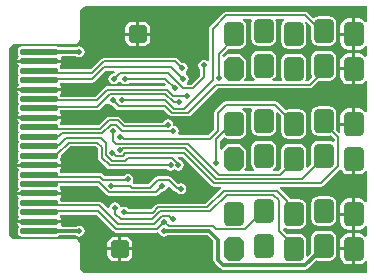
<source format=gbr>
%TF.GenerationSoftware,Altium Limited,Altium Designer,25.4.2 (15)*%
G04 Layer_Physical_Order=1*
G04 Layer_Color=255*
%FSLAX45Y45*%
%MOMM*%
%TF.SameCoordinates,CEB5D3C2-0C51-4B95-AE11-DBC00170FBBE*%
%TF.FilePolarity,Positive*%
%TF.FileFunction,Copper,L1,Top,Signal*%
%TF.Part,Single*%
G01*
G75*
%TA.AperFunction,SMDPad,CuDef*%
G04:AMPARAMS|DCode=10|XSize=3.2mm|YSize=0.5mm|CornerRadius=0.125mm|HoleSize=0mm|Usage=FLASHONLY|Rotation=0.000|XOffset=0mm|YOffset=0mm|HoleType=Round|Shape=RoundedRectangle|*
%AMROUNDEDRECTD10*
21,1,3.20000,0.25000,0,0,0.0*
21,1,2.95000,0.50000,0,0,0.0*
1,1,0.25000,1.47500,-0.12500*
1,1,0.25000,-1.47500,-0.12500*
1,1,0.25000,-1.47500,0.12500*
1,1,0.25000,1.47500,0.12500*
%
%ADD10ROUNDEDRECTD10*%
%TA.AperFunction,Conductor*%
%ADD11C,0.20000*%
%ADD12C,0.30000*%
%ADD13C,0.35000*%
%TA.AperFunction,ComponentPad*%
G04:AMPARAMS|DCode=14|XSize=1.7mm|YSize=2.1mm|CornerRadius=0mm|HoleSize=0mm|Usage=FLASHONLY|Rotation=0.000|XOffset=0mm|YOffset=0mm|HoleType=Round|Shape=Octagon|*
%AMOCTAGOND14*
4,1,8,-0.42500,1.05000,0.42500,1.05000,0.85000,0.62500,0.85000,-0.62500,0.42500,-1.05000,-0.42500,-1.05000,-0.85000,-0.62500,-0.85000,0.62500,-0.42500,1.05000,0.0*
%
%ADD14OCTAGOND14*%

G04:AMPARAMS|DCode=15|XSize=1.7mm|YSize=2.1mm|CornerRadius=0.425mm|HoleSize=0mm|Usage=FLASHONLY|Rotation=0.000|XOffset=0mm|YOffset=0mm|HoleType=Round|Shape=RoundedRectangle|*
%AMROUNDEDRECTD15*
21,1,1.70000,1.25001,0,0,0.0*
21,1,0.85000,2.10000,0,0,0.0*
1,1,0.85000,0.42500,-0.62500*
1,1,0.85000,-0.42500,-0.62500*
1,1,0.85000,-0.42500,0.62500*
1,1,0.85000,0.42500,0.62500*
%
%ADD15ROUNDEDRECTD15*%
G04:AMPARAMS|DCode=16|XSize=1.55mm|YSize=1.6mm|CornerRadius=0.3875mm|HoleSize=0mm|Usage=FLASHONLY|Rotation=270.000|XOffset=0mm|YOffset=0mm|HoleType=Round|Shape=RoundedRectangle|*
%AMROUNDEDRECTD16*
21,1,1.55000,0.82500,0,0,270.0*
21,1,0.77500,1.60000,0,0,270.0*
1,1,0.77500,-0.41250,-0.38750*
1,1,0.77500,-0.41250,0.38750*
1,1,0.77500,0.41250,0.38750*
1,1,0.77500,0.41250,-0.38750*
%
%ADD16ROUNDEDRECTD16*%
%TA.AperFunction,ViaPad*%
%ADD17C,0.50800*%
G36*
X3076058Y2364622D02*
X3061058Y2360071D01*
X3053453Y2371453D01*
X3030993Y2386461D01*
X3004500Y2391730D01*
X2974700D01*
Y2260000D01*
Y2128270D01*
X3004500D01*
X3030993Y2133540D01*
X3053453Y2148547D01*
X3061058Y2159928D01*
X3076058Y2155378D01*
Y2070622D01*
X3061058Y2066072D01*
X3053453Y2077453D01*
X3030993Y2092461D01*
X3004500Y2097730D01*
X2974700D01*
Y1966000D01*
Y1834270D01*
X3004500D01*
X3030993Y1839540D01*
X3053453Y1854547D01*
X3061057Y1865928D01*
X3076058Y1861378D01*
X3076057Y1602623D01*
X3061057Y1598073D01*
X3053453Y1609453D01*
X3030993Y1624461D01*
X3004500Y1629730D01*
X2974700D01*
Y1498000D01*
X2962000D01*
Y1485300D01*
X2850270D01*
Y1435500D01*
X2851088Y1431385D01*
X2837264Y1423996D01*
X2811825Y1449436D01*
X2814224Y1461500D01*
Y1586500D01*
X2809374Y1610887D01*
X2795560Y1631560D01*
X2774886Y1645374D01*
X2750500Y1650225D01*
X2665500D01*
X2641114Y1645374D01*
X2620440Y1631560D01*
X2606626Y1610887D01*
X2601776Y1586500D01*
Y1461500D01*
X2606626Y1437113D01*
X2620440Y1416440D01*
X2641114Y1402626D01*
X2665500Y1397775D01*
X2750500D01*
X2772578Y1402167D01*
X2802447Y1372299D01*
Y1350999D01*
X2787447Y1342981D01*
X2774886Y1351374D01*
X2750500Y1356225D01*
X2665500D01*
X2641114Y1351374D01*
X2620440Y1337560D01*
X2606626Y1316887D01*
X2601776Y1292500D01*
Y1167500D01*
X2603844Y1157102D01*
X2572359Y1125617D01*
X2558535Y1133006D01*
X2560224Y1141500D01*
Y1266500D01*
X2555374Y1290887D01*
X2541560Y1311560D01*
X2520886Y1325374D01*
X2496500Y1330225D01*
X2411500D01*
X2387114Y1325374D01*
X2366440Y1311560D01*
X2352626Y1290887D01*
X2347776Y1266500D01*
Y1141500D01*
X2351171Y1124429D01*
X2327810Y1101068D01*
X2282574D01*
X2278024Y1116068D01*
X2287560Y1122440D01*
X2301374Y1143114D01*
X2306224Y1167500D01*
Y1292500D01*
X2301374Y1316887D01*
X2287560Y1337560D01*
X2266886Y1351374D01*
X2242500Y1356225D01*
X2157500D01*
X2133114Y1351374D01*
X2112440Y1337560D01*
X2098626Y1316887D01*
X2093776Y1292500D01*
Y1167500D01*
X2098626Y1143114D01*
X2112440Y1122440D01*
X2121976Y1116068D01*
X2117426Y1101068D01*
X2040166D01*
X2034426Y1114926D01*
X2051000Y1131500D01*
Y1276500D01*
X1998500Y1329000D01*
X1893500D01*
X1845588Y1281088D01*
X1830588Y1287301D01*
Y1357330D01*
X1861592Y1388334D01*
X1879114Y1376626D01*
X1903500Y1371776D01*
X1988500D01*
X2012886Y1376626D01*
X2033560Y1390440D01*
X2047374Y1411114D01*
X2052224Y1435500D01*
Y1560500D01*
X2047374Y1584887D01*
X2033560Y1605560D01*
X2020312Y1614412D01*
X2024862Y1629412D01*
X2095095D01*
X2102166Y1616183D01*
X2098626Y1610887D01*
X2093776Y1586500D01*
Y1461500D01*
X2098626Y1437113D01*
X2112440Y1416440D01*
X2133114Y1402626D01*
X2157500Y1397775D01*
X2242500D01*
X2266886Y1402626D01*
X2287560Y1416440D01*
X2301374Y1437113D01*
X2306224Y1461500D01*
Y1586500D01*
X2305528Y1590001D01*
X2319352Y1597391D01*
X2349180Y1567562D01*
X2347776Y1560500D01*
Y1435500D01*
X2352626Y1411114D01*
X2366440Y1390440D01*
X2387114Y1376626D01*
X2411500Y1371776D01*
X2496500D01*
X2520886Y1376626D01*
X2541560Y1390440D01*
X2555374Y1411114D01*
X2560224Y1435500D01*
Y1560500D01*
X2555374Y1584887D01*
X2541560Y1605560D01*
X2520886Y1619374D01*
X2496500Y1624225D01*
X2411500D01*
X2387114Y1619374D01*
X2385178Y1618080D01*
X2321629Y1681629D01*
X2311706Y1688259D01*
X2300000Y1690588D01*
X2299999Y1690588D01*
X1880001D01*
X1880000Y1690588D01*
X1868295Y1688259D01*
X1858371Y1681629D01*
X1858371Y1681628D01*
X1788371Y1611629D01*
X1781741Y1601705D01*
X1779412Y1590000D01*
X1779412Y1589999D01*
Y1452670D01*
X1729828Y1403086D01*
X1483559D01*
X1475542Y1418086D01*
X1476905Y1420125D01*
X1480428Y1437840D01*
X1476905Y1455554D01*
X1466870Y1470571D01*
X1451853Y1480606D01*
X1435416Y1483875D01*
X1436933Y1491498D01*
X1433409Y1509212D01*
X1423375Y1524229D01*
X1408357Y1534264D01*
X1390643Y1537787D01*
X1372929Y1534264D01*
X1357911Y1524229D01*
X1347877Y1509212D01*
X1347570Y1507666D01*
X1030194D01*
X986230Y1551629D01*
X976307Y1558259D01*
X964602Y1560588D01*
X964600Y1560588D01*
X890669D01*
X878963Y1558259D01*
X869040Y1551629D01*
X869040Y1551628D01*
X804566Y1487154D01*
X479711D01*
X478114Y1495181D01*
X474824Y1510176D01*
X483201Y1522712D01*
X486102Y1537300D01*
X113897D01*
X116799Y1522712D01*
X125176Y1510176D01*
X121886Y1495181D01*
X119363Y1482500D01*
Y1457500D01*
X121886Y1444819D01*
X124495Y1440915D01*
X127827Y1430000D01*
X124495Y1419085D01*
X121886Y1415181D01*
X119363Y1402500D01*
Y1377500D01*
X121886Y1364819D01*
X129069Y1354069D01*
Y1345931D01*
X121886Y1335181D01*
X119363Y1322500D01*
Y1297500D01*
X121886Y1284819D01*
X124495Y1280915D01*
X127827Y1270000D01*
X124495Y1259085D01*
X121886Y1255181D01*
X119363Y1242500D01*
Y1217500D01*
X121886Y1204820D01*
X125176Y1189824D01*
X116799Y1177288D01*
X113897Y1162700D01*
X486102D01*
X483201Y1177288D01*
X474824Y1189824D01*
X478114Y1204819D01*
X480637Y1217500D01*
Y1227379D01*
X562670Y1309412D01*
X777330D01*
X799021Y1287722D01*
Y1213414D01*
X799020Y1213413D01*
X801349Y1201707D01*
X807979Y1191784D01*
X873549Y1126214D01*
X883472Y1119584D01*
X895178Y1117255D01*
X895179Y1117256D01*
X1380259D01*
X1394245Y1107911D01*
X1411959Y1104387D01*
X1429673Y1107911D01*
X1444624Y1117901D01*
X1445994Y1115851D01*
X1461012Y1105817D01*
X1478726Y1102294D01*
X1496440Y1105817D01*
X1511457Y1115851D01*
X1521492Y1130869D01*
X1525015Y1148583D01*
X1521492Y1166297D01*
X1511457Y1181315D01*
X1496440Y1191349D01*
X1484949Y1193635D01*
X1472532Y1206052D01*
X1478272Y1219910D01*
X1516832D01*
X1759890Y976853D01*
X1759891Y976852D01*
X1769814Y970221D01*
X1781519Y967893D01*
X1834020D01*
X1837903Y961461D01*
X1839635Y952893D01*
X1710883Y824141D01*
X1309009D01*
X1297303Y821813D01*
X1287380Y815182D01*
X1287380Y815182D01*
X1250549Y778351D01*
X1055659D01*
X1052732Y782732D01*
X1037714Y792766D01*
X1020000Y796289D01*
X1002286Y792766D01*
X1001272Y792089D01*
X984605Y798993D01*
X983379Y805157D01*
X973345Y820175D01*
X958327Y830209D01*
X940613Y833732D01*
X922899Y830209D01*
X907881Y820175D01*
X897847Y805157D01*
X894772Y789699D01*
X887560Y785570D01*
X879828Y783430D01*
X831629Y831629D01*
X821705Y838259D01*
X810000Y840588D01*
X809999Y840588D01*
X480637D01*
Y842500D01*
X478114Y855181D01*
X474824Y870176D01*
X483201Y882712D01*
X486102Y897300D01*
X113897D01*
X116799Y882712D01*
X125176Y870176D01*
X121886Y855181D01*
X119363Y842500D01*
Y817500D01*
X121886Y804819D01*
X129069Y794069D01*
Y785931D01*
X121886Y775181D01*
X119363Y762500D01*
Y737500D01*
X121886Y724820D01*
X125176Y709824D01*
X116799Y697288D01*
X113897Y682700D01*
X486102D01*
X483201Y697288D01*
X474824Y709824D01*
X478114Y724819D01*
X479028Y729412D01*
X787330D01*
X928371Y588372D01*
X928371Y588371D01*
X938295Y581741D01*
X950000Y579412D01*
X1299999D01*
X1300000Y579412D01*
X1300503Y579512D01*
X1317234Y572286D01*
X1327268Y557268D01*
X1342286Y547234D01*
X1360000Y543711D01*
X1377714Y547234D01*
X1388311Y554314D01*
X1725219D01*
X1774314Y505219D01*
Y350000D01*
X1777031Y336344D01*
X1784766Y324766D01*
X1832974Y276559D01*
X1844551Y268823D01*
X1858208Y266107D01*
X2551792D01*
X2565449Y268823D01*
X2577026Y276559D01*
X2646101Y345634D01*
X2665500Y341776D01*
X2750500D01*
X2774886Y346626D01*
X2795560Y360440D01*
X2809374Y381114D01*
X2814224Y405500D01*
Y530500D01*
X2809374Y554887D01*
X2795560Y575560D01*
X2774886Y589374D01*
X2750500Y594225D01*
X2665500D01*
X2641114Y589374D01*
X2620440Y575560D01*
X2606626Y554887D01*
X2601776Y530500D01*
Y405500D01*
X2602316Y402783D01*
X2572531Y372998D01*
X2560224Y381905D01*
Y504500D01*
X2555374Y528887D01*
X2541560Y549560D01*
X2520886Y563374D01*
X2496500Y568225D01*
X2411500D01*
X2401764Y566288D01*
X2367032Y601019D01*
X2368032Y609336D01*
X2384024Y616690D01*
X2387114Y614626D01*
X2411500Y609776D01*
X2496500D01*
X2520886Y614626D01*
X2541560Y628440D01*
X2555374Y649114D01*
X2560224Y673500D01*
Y798500D01*
X2555374Y822887D01*
X2541560Y843560D01*
X2520886Y857374D01*
X2496500Y862225D01*
X2427991D01*
X2421864Y871394D01*
X2421863Y871395D01*
X2340365Y952893D01*
X2342098Y961461D01*
X2345981Y967893D01*
X2687655D01*
X2687657Y967893D01*
X2699362Y970221D01*
X2709285Y976852D01*
X2842410Y1109977D01*
X2860792Y1107146D01*
X2870547Y1092547D01*
X2893007Y1077540D01*
X2919500Y1072270D01*
X2949300D01*
Y1204000D01*
X2974700D01*
Y1072270D01*
X3004500D01*
X3030993Y1077540D01*
X3053453Y1092547D01*
X3061057Y1103927D01*
X3076057Y1099376D01*
X3076056Y840624D01*
X3061056Y836074D01*
X3053453Y847453D01*
X3030993Y862461D01*
X3004500Y867730D01*
X2974700D01*
Y736000D01*
Y604270D01*
X3004500D01*
X3030993Y609540D01*
X3053453Y624547D01*
X3061056Y635926D01*
X3076056Y631375D01*
Y546625D01*
X3061056Y542075D01*
X3053453Y553453D01*
X3030993Y568461D01*
X3004500Y573730D01*
X2974700D01*
Y442000D01*
Y310270D01*
X3004500D01*
X3030993Y315540D01*
X3053453Y330547D01*
X3061056Y341925D01*
X3076056Y337375D01*
X3076056Y233944D01*
X700000D01*
Y234024D01*
X678579Y238285D01*
X660420Y250419D01*
X648285Y268579D01*
X644025Y290000D01*
X643944D01*
X643943Y290006D01*
Y479999D01*
X640598Y496816D01*
X631072Y511072D01*
X616816Y520598D01*
X599999Y523943D01*
X100005D01*
X100000Y523944D01*
Y524025D01*
X78579Y528285D01*
X60419Y540420D01*
X48285Y558579D01*
X44025Y580000D01*
X43944D01*
Y2120000D01*
X44025D01*
X48285Y2141421D01*
X60419Y2159580D01*
X78579Y2171714D01*
X100000Y2175975D01*
Y2176056D01*
X100004Y2176056D01*
X599999D01*
X616816Y2179402D01*
X631072Y2188927D01*
X640598Y2203184D01*
X643943Y2220001D01*
Y2439981D01*
X643947Y2440000D01*
X644027D01*
X648288Y2461421D01*
X660422Y2479581D01*
X678582Y2491715D01*
X700003Y2495975D01*
Y2496056D01*
X3076058D01*
X3076058Y2364622D01*
D02*
G37*
%LPC*%
G36*
X2550000Y2450588D02*
X2549999Y2450588D01*
X1885198D01*
X1885197Y2450588D01*
X1873492Y2448259D01*
X1863568Y2441629D01*
X1746649Y2324709D01*
X1740018Y2314786D01*
X1737689Y2303080D01*
X1737690Y2303079D01*
Y2034228D01*
X1731552Y2030375D01*
X1722690Y2027781D01*
X1709962Y2036285D01*
X1692248Y2039808D01*
X1674534Y2036285D01*
X1659516Y2026251D01*
X1649482Y2011233D01*
X1645958Y1993519D01*
X1649482Y1975805D01*
X1659516Y1960787D01*
X1661660Y1959355D01*
Y1904918D01*
X1587330Y1830588D01*
X1554767D01*
X1550216Y1845588D01*
X1552732Y1847268D01*
X1562766Y1862286D01*
X1566289Y1880000D01*
X1562766Y1897714D01*
X1552732Y1912732D01*
X1542870Y1919321D01*
X1541293Y1934821D01*
X1541843Y1936675D01*
X1542732Y1937268D01*
X1552766Y1952286D01*
X1556289Y1970000D01*
X1552766Y1987714D01*
X1542732Y2002732D01*
X1527714Y2012766D01*
X1510000Y2016290D01*
X1507471Y2015787D01*
X1471629Y2051629D01*
X1461705Y2058259D01*
X1450000Y2060588D01*
X1449999Y2060588D01*
X849088D01*
X837383Y2058259D01*
X827460Y2051629D01*
X827459Y2051628D01*
X736418Y1960588D01*
X480637D01*
Y1962500D01*
X478114Y1975181D01*
X474824Y1990176D01*
X483201Y2002712D01*
X486102Y2017300D01*
X113897D01*
X116799Y2002712D01*
X125176Y1990176D01*
X121886Y1975181D01*
X119363Y1962500D01*
Y1937500D01*
X121886Y1924819D01*
X124495Y1920915D01*
X127827Y1910000D01*
X124495Y1899085D01*
X121886Y1895181D01*
X119363Y1882500D01*
Y1857500D01*
X121886Y1844820D01*
X125176Y1829824D01*
X116799Y1817288D01*
X113897Y1802700D01*
X486102D01*
X483201Y1817288D01*
X474824Y1829824D01*
X478114Y1844819D01*
X479028Y1849412D01*
X749999D01*
X750000Y1849412D01*
X761705Y1851741D01*
X771629Y1858371D01*
X862670Y1949412D01*
X936556D01*
X942083Y1936070D01*
X932450Y1925802D01*
X930000Y1926290D01*
X912286Y1922766D01*
X897268Y1912732D01*
X887234Y1897714D01*
X883710Y1880000D01*
X887234Y1862286D01*
X897268Y1847268D01*
X912286Y1837234D01*
X930000Y1833711D01*
X947714Y1837234D01*
X962732Y1847268D01*
X972130Y1861333D01*
X980000Y1862284D01*
X987870Y1861333D01*
X997268Y1847268D01*
X1012286Y1837234D01*
X1030000Y1833711D01*
X1047714Y1837234D01*
X1062732Y1847268D01*
X1064164Y1849412D01*
X1353816D01*
X1369810Y1833418D01*
X1363596Y1818419D01*
X877832D01*
X877831Y1818419D01*
X866125Y1816090D01*
X856202Y1809460D01*
X776488Y1729746D01*
X479195D01*
X478114Y1735181D01*
X474824Y1750176D01*
X483201Y1762712D01*
X486102Y1777300D01*
X113897D01*
X116799Y1762712D01*
X125176Y1750176D01*
X121886Y1735181D01*
X119363Y1722500D01*
Y1697500D01*
X121886Y1684819D01*
X124495Y1680915D01*
X127827Y1670000D01*
X124495Y1659085D01*
X121886Y1655181D01*
X119363Y1642500D01*
Y1617500D01*
X121886Y1604819D01*
X125176Y1589824D01*
X116799Y1577288D01*
X113897Y1562700D01*
X486102D01*
X483201Y1577288D01*
X474824Y1589824D01*
X478114Y1604819D01*
X479691Y1612746D01*
X793333D01*
X793334Y1612746D01*
X805040Y1615075D01*
X814963Y1621705D01*
X866897Y1673639D01*
X885737Y1671265D01*
X889737Y1665278D01*
X904755Y1655243D01*
X922469Y1651720D01*
X924998Y1652223D01*
X952167Y1625054D01*
X952167Y1625053D01*
X962091Y1618423D01*
X973796Y1616095D01*
X1356491D01*
X1401968Y1570617D01*
X1401969Y1570617D01*
X1411892Y1563986D01*
X1423598Y1561658D01*
X1562244D01*
X1562246Y1561658D01*
X1573951Y1563986D01*
X1583874Y1570617D01*
X1812670Y1799412D01*
X2589999D01*
X2590000Y1799412D01*
X2601705Y1801741D01*
X2611629Y1808371D01*
X2669033Y1865776D01*
X2750500D01*
X2774886Y1870626D01*
X2795560Y1884440D01*
X2809374Y1905114D01*
X2814224Y1929500D01*
Y2054500D01*
X2809374Y2078887D01*
X2795560Y2099560D01*
X2774886Y2113374D01*
X2750500Y2118225D01*
X2665500D01*
X2641114Y2113374D01*
X2620440Y2099560D01*
X2606626Y2078887D01*
X2601776Y2054500D01*
Y1929500D01*
X2606626Y1905114D01*
X2612727Y1895984D01*
X2577330Y1860588D01*
X2558905D01*
X2551834Y1873816D01*
X2555374Y1879114D01*
X2560224Y1903500D01*
Y2028500D01*
X2555374Y2052887D01*
X2541560Y2073560D01*
X2520886Y2087374D01*
X2496500Y2092225D01*
X2411500D01*
X2387114Y2087374D01*
X2366440Y2073560D01*
X2352626Y2052887D01*
X2347776Y2028500D01*
Y1903500D01*
X2352626Y1879114D01*
X2356166Y1873816D01*
X2349095Y1860588D01*
X2278862D01*
X2274311Y1875588D01*
X2287560Y1884440D01*
X2301374Y1905114D01*
X2306224Y1929500D01*
Y2054500D01*
X2301374Y2078887D01*
X2287560Y2099560D01*
X2266886Y2113374D01*
X2242500Y2118225D01*
X2157500D01*
X2133114Y2113374D01*
X2112440Y2099560D01*
X2098626Y2078887D01*
X2093776Y2054500D01*
Y1929500D01*
X2098626Y1905114D01*
X2112440Y1884440D01*
X2125688Y1875588D01*
X2121138Y1860588D01*
X2037686D01*
X2031945Y1874446D01*
X2051000Y1893500D01*
Y2038500D01*
X1998500Y2091000D01*
X1893500D01*
X1865486Y2062986D01*
X1852094Y2068339D01*
X1850801Y2081544D01*
X1903110Y2133853D01*
X1903500Y2133776D01*
X1988500D01*
X2012886Y2138626D01*
X2033560Y2152440D01*
X2047374Y2173114D01*
X2052224Y2197500D01*
Y2322500D01*
X2047374Y2346887D01*
X2033560Y2367560D01*
X2023305Y2374412D01*
X2027855Y2389412D01*
X2093758D01*
X2100829Y2376183D01*
X2098626Y2372887D01*
X2093776Y2348500D01*
Y2223500D01*
X2098626Y2199113D01*
X2112440Y2178440D01*
X2133114Y2164626D01*
X2157500Y2159775D01*
X2242500D01*
X2266886Y2164626D01*
X2287560Y2178440D01*
X2301374Y2199113D01*
X2306224Y2223500D01*
Y2348500D01*
X2301374Y2372887D01*
X2299171Y2376183D01*
X2306242Y2389412D01*
X2372145D01*
X2376695Y2374412D01*
X2366440Y2367560D01*
X2352626Y2346887D01*
X2347776Y2322500D01*
Y2197500D01*
X2352626Y2173114D01*
X2366440Y2152440D01*
X2387114Y2138626D01*
X2411500Y2133776D01*
X2496500D01*
X2520886Y2138626D01*
X2541560Y2152440D01*
X2555374Y2173114D01*
X2560224Y2197500D01*
Y2322500D01*
X2555374Y2346887D01*
X2548790Y2356739D01*
X2560442Y2366301D01*
X2601776Y2324967D01*
Y2223500D01*
X2606626Y2199113D01*
X2620440Y2178440D01*
X2641114Y2164626D01*
X2665500Y2159775D01*
X2750500D01*
X2774886Y2164626D01*
X2795560Y2178440D01*
X2809374Y2199113D01*
X2814224Y2223500D01*
Y2348500D01*
X2809374Y2372887D01*
X2795560Y2393560D01*
X2774886Y2407374D01*
X2750500Y2412225D01*
X2665500D01*
X2641114Y2407374D01*
X2620440Y2393560D01*
X2619764Y2393494D01*
X2571629Y2441629D01*
X2561706Y2448259D01*
X2550000Y2450588D01*
D02*
G37*
G36*
X1174249Y2364158D02*
X1145699D01*
Y2272702D01*
X1239655D01*
Y2298752D01*
X1234676Y2323782D01*
X1220498Y2345001D01*
X1199279Y2359179D01*
X1174249Y2364158D01*
D02*
G37*
G36*
X1120299D02*
X1091749D01*
X1066719Y2359179D01*
X1045499Y2345001D01*
X1031321Y2323782D01*
X1026342Y2298752D01*
Y2272702D01*
X1120299D01*
Y2364158D01*
D02*
G37*
G36*
X2949300Y2391730D02*
X2919500D01*
X2893007Y2386461D01*
X2870547Y2371453D01*
X2855540Y2348994D01*
X2850270Y2322500D01*
Y2272700D01*
X2949300D01*
Y2391730D01*
D02*
G37*
G36*
X1239655Y2247302D02*
X1145699D01*
Y2155845D01*
X1174249D01*
X1199279Y2160824D01*
X1220498Y2175002D01*
X1234676Y2196221D01*
X1239655Y2221252D01*
Y2247302D01*
D02*
G37*
G36*
X1120299D02*
X1026342D01*
Y2221252D01*
X1031321Y2196221D01*
X1045499Y2175002D01*
X1066719Y2160824D01*
X1091749Y2155845D01*
X1120299D01*
Y2247302D01*
D02*
G37*
G36*
X640000Y2156290D02*
X622286Y2152766D01*
X615502Y2148233D01*
X467485D01*
X460181Y2153114D01*
X447500Y2155637D01*
X152500D01*
X139819Y2153114D01*
X129069Y2145931D01*
X121886Y2135181D01*
X119363Y2122500D01*
Y2097500D01*
X121886Y2084820D01*
X125176Y2069824D01*
X116799Y2057288D01*
X113897Y2042700D01*
X486102D01*
X483305Y2056765D01*
X483233Y2057344D01*
X491568Y2071765D01*
X615505D01*
X622286Y2067234D01*
X640000Y2063711D01*
X657714Y2067234D01*
X672732Y2077268D01*
X682766Y2092286D01*
X686289Y2110000D01*
X682766Y2127714D01*
X672732Y2142732D01*
X657714Y2152766D01*
X640000Y2156290D01*
D02*
G37*
G36*
X2949300Y2247300D02*
X2850270D01*
Y2197500D01*
X2855540Y2171007D01*
X2870547Y2148547D01*
X2893007Y2133540D01*
X2919500Y2128270D01*
X2949300D01*
Y2247300D01*
D02*
G37*
G36*
Y2097730D02*
X2919500D01*
X2893007Y2092461D01*
X2870547Y2077453D01*
X2855540Y2054994D01*
X2850270Y2028500D01*
Y1978700D01*
X2949300D01*
Y2097730D01*
D02*
G37*
G36*
Y1953300D02*
X2850270D01*
Y1903500D01*
X2855540Y1877007D01*
X2870547Y1854547D01*
X2893007Y1839540D01*
X2919500Y1834270D01*
X2949300D01*
Y1953300D01*
D02*
G37*
G36*
Y1629730D02*
X2919500D01*
X2893007Y1624461D01*
X2870547Y1609453D01*
X2855540Y1586994D01*
X2850270Y1560500D01*
Y1510700D01*
X2949300D01*
Y1629730D01*
D02*
G37*
G36*
X486102Y1137300D02*
X113897D01*
X116799Y1122712D01*
X125176Y1110176D01*
X121886Y1095181D01*
X119363Y1082500D01*
Y1057500D01*
X121886Y1044819D01*
X124495Y1040915D01*
X127827Y1030000D01*
X124495Y1019085D01*
X121886Y1015181D01*
X119363Y1002500D01*
Y977500D01*
X121886Y964820D01*
X125176Y949824D01*
X116799Y937288D01*
X113897Y922700D01*
X486102D01*
X483201Y937288D01*
X474824Y949824D01*
X478114Y964819D01*
X480192Y975263D01*
X797094D01*
X872013Y900344D01*
X881937Y893714D01*
X893642Y891386D01*
X1290596D01*
X1290598Y891385D01*
X1302303Y893714D01*
X1312226Y900344D01*
X1338816Y926934D01*
X1341345Y926431D01*
X1359060Y929955D01*
X1374077Y939989D01*
X1384111Y955007D01*
X1386834Y968695D01*
X1398155Y974086D01*
X1402139Y974603D01*
X1444197Y932546D01*
X1444198Y932545D01*
X1454121Y925914D01*
X1462621Y924223D01*
X1467268Y917268D01*
X1482286Y907234D01*
X1500000Y903710D01*
X1517714Y907234D01*
X1532732Y917268D01*
X1542766Y932286D01*
X1546290Y950000D01*
X1542766Y967714D01*
X1532732Y982732D01*
X1517714Y992766D01*
X1500000Y996289D01*
X1482286Y992766D01*
X1475216Y988042D01*
X1417508Y1045750D01*
X1407584Y1052380D01*
X1395879Y1054709D01*
X1395878Y1054709D01*
X1304121D01*
X1292415Y1052380D01*
X1282492Y1045750D01*
X1225303Y988561D01*
X1100990D01*
X1091495Y998056D01*
X1090132Y1004904D01*
X1093993Y1010683D01*
X1097517Y1028397D01*
X1093993Y1046111D01*
X1083959Y1061128D01*
X1068942Y1071163D01*
X1051228Y1074686D01*
X1033513Y1071163D01*
X1018496Y1061128D01*
X1016683Y1058415D01*
X854843D01*
X839270Y1073988D01*
X829346Y1080619D01*
X817641Y1082948D01*
X817639Y1082947D01*
X480548D01*
X478114Y1095181D01*
X474824Y1110176D01*
X483201Y1122712D01*
X486102Y1137300D01*
D02*
G37*
G36*
X2949300Y867730D02*
X2919500D01*
X2893007Y862461D01*
X2870547Y847453D01*
X2855540Y824994D01*
X2850270Y798500D01*
Y748700D01*
X2949300D01*
Y867730D01*
D02*
G37*
G36*
X2750500Y888225D02*
X2665500D01*
X2641114Y883374D01*
X2620440Y869560D01*
X2606626Y848887D01*
X2601776Y824500D01*
Y699500D01*
X2606626Y675113D01*
X2620440Y654440D01*
X2641114Y640626D01*
X2665500Y635775D01*
X2750500D01*
X2774886Y640626D01*
X2795560Y654440D01*
X2809374Y675113D01*
X2814224Y699500D01*
Y824500D01*
X2809374Y848887D01*
X2795560Y869560D01*
X2774886Y883374D01*
X2750500Y888225D01*
D02*
G37*
G36*
X2949300Y723300D02*
X2850270D01*
Y673500D01*
X2855540Y647007D01*
X2870547Y624547D01*
X2893007Y609540D01*
X2919500Y604270D01*
X2949300D01*
Y723300D01*
D02*
G37*
G36*
X486102Y657300D02*
X113897D01*
X116799Y642712D01*
X125176Y630176D01*
X121886Y615181D01*
X119363Y602500D01*
Y577500D01*
X121886Y564819D01*
X129069Y554069D01*
X139819Y546886D01*
X152500Y544363D01*
X447500D01*
X460181Y546886D01*
X470931Y554069D01*
X471095Y554315D01*
X611688D01*
X622286Y547234D01*
X640000Y543711D01*
X657714Y547234D01*
X672732Y557268D01*
X682766Y572286D01*
X686289Y590000D01*
X682766Y607714D01*
X672732Y622732D01*
X657714Y632766D01*
X640000Y636290D01*
X622286Y632766D01*
X611690Y625687D01*
X489865D01*
X481847Y640687D01*
X483201Y642712D01*
X486102Y657300D01*
D02*
G37*
G36*
X2949300Y573730D02*
X2919500D01*
X2893007Y568461D01*
X2870547Y553453D01*
X2855540Y530994D01*
X2850270Y504500D01*
Y454700D01*
X2949300D01*
Y573730D01*
D02*
G37*
G36*
X1024248Y544158D02*
X995699D01*
Y452702D01*
X1089655D01*
Y478752D01*
X1084676Y503782D01*
X1070498Y525001D01*
X1049279Y539180D01*
X1024248Y544158D01*
D02*
G37*
G36*
X970299D02*
X941749D01*
X916719Y539180D01*
X895499Y525001D01*
X881321Y503782D01*
X876342Y478752D01*
Y452702D01*
X970299D01*
Y544158D01*
D02*
G37*
G36*
X1089655Y427302D02*
X995699D01*
Y335845D01*
X1024248D01*
X1049279Y340824D01*
X1070498Y355002D01*
X1084676Y376221D01*
X1089655Y401252D01*
Y427302D01*
D02*
G37*
G36*
X970299D02*
X876342D01*
Y401252D01*
X881321Y376221D01*
X895499Y355002D01*
X916719Y340824D01*
X941749Y335845D01*
X970299D01*
Y427302D01*
D02*
G37*
G36*
X2949300Y429300D02*
X2850270D01*
Y379500D01*
X2855540Y353007D01*
X2870547Y330547D01*
X2893007Y315540D01*
X2919500Y310270D01*
X2949300D01*
Y429300D01*
D02*
G37*
%LPD*%
D10*
X300000Y750000D02*
D03*
Y670000D02*
D03*
Y830000D02*
D03*
Y590000D02*
D03*
Y990000D02*
D03*
Y910000D02*
D03*
Y1230000D02*
D03*
Y1070000D02*
D03*
Y1470000D02*
D03*
Y1150000D02*
D03*
Y1390000D02*
D03*
Y1310000D02*
D03*
Y1630000D02*
D03*
Y1870000D02*
D03*
Y1950000D02*
D03*
Y2030000D02*
D03*
Y1550000D02*
D03*
Y2110000D02*
D03*
Y1710000D02*
D03*
Y1790000D02*
D03*
D11*
X1490892Y1731400D02*
X1549457D01*
X1550000Y1731943D01*
X1420000Y1980000D02*
X1520000Y1880000D01*
X850000Y1980000D02*
X1420000D01*
X1399000Y631000D02*
X1769000D01*
X1795000Y605000D02*
X2039001D01*
X1769000Y631000D02*
X1795000Y605000D01*
X2039001D02*
X2203998Y769997D01*
X1360000Y670000D02*
X1399000Y631000D01*
X1360000Y670000D02*
Y670000D01*
X2340480Y1070480D02*
X2457998Y1187998D01*
X2687657Y998481D02*
X2833034Y1143859D01*
X1819520Y1070480D02*
X2340480D01*
X1536912Y1294000D02*
X1796431Y1034481D01*
X1529502Y1250498D02*
X1781519Y998481D01*
X1796431Y1034481D02*
X2524480D01*
X1781519Y998481D02*
X2687657D01*
X1560000Y1330000D02*
X1819520Y1070480D01*
X2524480Y1034481D02*
X2711998Y1221998D01*
X1887409Y897409D02*
X2283030D01*
X1863409Y933409D02*
X2316592D01*
X1723553Y793553D02*
X1863409Y933409D01*
X2316592D02*
X2400235Y849766D01*
X2283030Y897409D02*
X2330000Y850439D01*
X1747553Y757553D02*
X1887409Y897409D01*
X1885197Y2420000D02*
X2550000D01*
X1768277Y1868277D02*
Y2303080D01*
X1885197Y2420000D01*
X1528246Y1628245D02*
X1768277Y1868277D01*
X2550000Y2420000D02*
X2642269Y2327732D01*
X985860Y1384021D02*
X1003095D01*
X979967Y1389914D02*
X985860Y1384021D01*
X1003095D02*
X1014618Y1372498D01*
X1742498D02*
X1810000Y1440000D01*
X1014618Y1372498D02*
X1742498D01*
X1030498Y1250498D02*
X1529502D01*
X1004371Y1294000D02*
X1536912D01*
X950000Y1330000D02*
X1560000D01*
X1478726Y1148583D02*
Y1156600D01*
X1426552Y1208774D02*
X1478726Y1156600D01*
X1409125Y1147843D02*
X1411959Y1150677D01*
X895178Y1147843D02*
X1409125D01*
X2833034Y1143859D02*
Y1384968D01*
X2457998Y1480000D02*
Y1502002D01*
X1880000Y1660000D02*
X2300000D01*
X2457998Y1502002D01*
X1810000Y1590000D02*
X1880000Y1660000D01*
X1800000Y1830000D02*
X2590000D01*
X1562246Y1592245D02*
X1800000Y1830000D01*
X2590000D02*
X2657061Y1897061D01*
X2711998Y1221998D02*
Y1252005D01*
X2330000Y594794D02*
Y850439D01*
Y594794D02*
X2417793Y507001D01*
X1309009Y793553D02*
X1723553D01*
X1324416Y757553D02*
X1747553D01*
X2400235Y801761D02*
X2432718Y769278D01*
X2400235Y801761D02*
Y849766D01*
X1800000Y1170166D02*
Y1370000D01*
X1430885Y1737693D02*
X1484600D01*
X1490892Y1731400D01*
X1810000Y1440000D02*
Y1590000D01*
X2457998Y1187998D02*
Y1226000D01*
X2711998Y1506005D02*
X2833034Y1384968D01*
X829608Y1213413D02*
X895178Y1147843D01*
X829608Y1213413D02*
Y1300392D01*
X1025594Y1185594D02*
X1048774Y1208774D01*
X865608Y1233045D02*
X913059Y1185594D01*
X1025594D01*
X1048774Y1208774D02*
X1426552D01*
X865608Y1233045D02*
Y1334392D01*
X946401Y1225993D02*
X1005993D01*
X1030498Y1250498D01*
X917008Y1255387D02*
X946401Y1225993D01*
X979909Y1277873D02*
X988244D01*
X1004371Y1294000D01*
X1367889Y1477078D02*
X1382309Y1491498D01*
X964602Y1530000D02*
X1017523Y1477078D01*
X1382309Y1491498D02*
X1390643D01*
X1017523Y1477078D02*
X1367889D01*
X890669Y1530000D02*
X964602D01*
X313432Y1456567D02*
X817236D01*
X890669Y1530000D01*
X905192Y1490000D02*
X946382D01*
X490000Y1420000D02*
X835192D01*
X905192Y1490000D01*
X998543Y1437840D02*
X1434139D01*
X946382Y1490000D02*
X998543Y1437840D01*
X924865Y1355135D02*
X950000Y1330000D01*
X924865Y1355135D02*
Y1436851D01*
X790000Y1340000D02*
X829608Y1300392D01*
X820000Y1380000D02*
X865608Y1334392D01*
X550000Y1340000D02*
X790000D01*
X530000Y1380000D02*
X820000D01*
X299999Y1470000D02*
X313432Y1456567D01*
X470052Y1400052D02*
X490000Y1420000D01*
X299999Y1230000D02*
X313456Y1243457D01*
X453457D01*
X550000Y1340000D01*
X470052Y1320052D02*
X530000Y1380000D01*
X299999Y1310000D02*
X310051Y1320052D01*
X470052D01*
X1380747Y1787831D02*
X1430885Y1737693D01*
X1366486Y1880000D02*
X1446073Y1800413D01*
X893642Y921973D02*
X1290598D01*
X809764Y1005851D02*
X893642Y921973D01*
X911878Y976428D02*
X1069866D01*
X1088320Y957973D02*
X1237973D01*
X1290598Y921973D02*
X1341345Y972721D01*
X1237973Y957973D02*
X1304121Y1024121D01*
X1069866Y976428D02*
X1088320Y957973D01*
X817641Y1052360D02*
X842173Y1027828D01*
X1050658D01*
X461715Y1052360D02*
X817641D01*
X1600000Y1800000D02*
X1692248Y1892248D01*
X1520000Y1800000D02*
X1600000D01*
X1692248Y1892248D02*
Y1993519D01*
X1820000Y1890000D02*
Y2094000D01*
X1339328Y721554D02*
X1398446D01*
X1263219Y747764D02*
X1309009Y793553D01*
X1398446Y721554D02*
X1430000Y690000D01*
X1267774Y650000D02*
X1339328Y721554D01*
X1256863Y690000D02*
X1324416Y757553D01*
X1022236Y747764D02*
X1263219D01*
X970000Y650000D02*
X1267774D01*
X990000Y690000D02*
X1256863D01*
X1395879Y1024121D02*
X1465826Y954174D01*
X1304121Y1024121D02*
X1395879D01*
X1367666Y1750000D02*
X1437123Y1680543D01*
X877831Y1787831D02*
X1380747D01*
X996911Y1698393D02*
X1368362D01*
X900000Y1750000D02*
X1367666D01*
X1437123Y1680543D02*
X1482997D01*
X1438509Y1628245D02*
X1528246D01*
X1423598Y1592245D02*
X1562246D01*
X1369161Y1646682D02*
X1423598Y1592245D01*
X1368362Y1698393D02*
X1438509Y1628245D01*
X973796Y1646682D02*
X1369161D01*
X1030000Y1880000D02*
X1366486D01*
X849088Y2030000D02*
X1450000D01*
X1510000Y1970000D01*
X749088Y1930000D02*
X849088Y2030000D01*
X750000Y1880000D02*
X850000Y1980000D01*
X800000Y760000D02*
X950000Y610000D01*
X1300000D01*
X1360000Y670000D01*
X810000Y810000D02*
X970000Y650000D01*
X461715Y1005851D02*
X809764D01*
X299999Y990001D02*
X313456Y1003457D01*
X459322D01*
X461715Y1005851D01*
X313456Y1056544D02*
X457531D01*
X461715Y1052360D01*
X299999Y1070000D02*
X313456Y1056544D01*
X1390000Y1930000D02*
X1520000Y1800000D01*
X1820000Y2094000D02*
X1949998Y2223999D01*
X1910000Y1480000D02*
X1949998D01*
X1800000Y1370000D02*
X1910000Y1480000D01*
X310001Y1880000D02*
X750000D01*
X456351Y1930000D02*
X749088D01*
X922469Y1698009D02*
X973796Y1646682D01*
X793334Y1643334D02*
X900000Y1750000D01*
X789158Y1699158D02*
X877831Y1787831D01*
X1220000Y1930000D02*
X1390000D01*
X310840Y1699158D02*
X789158D01*
X313334Y1643334D02*
X793334D01*
X299999Y1709999D02*
X310840Y1699158D01*
X299999Y1629999D02*
X313334Y1643334D01*
X299999Y1390000D02*
X310051Y1400052D01*
X470052D01*
X309998Y760000D02*
X800000D01*
X456353Y810000D02*
X810000D01*
X940613Y739387D02*
X990000Y690000D01*
X1020000Y750000D02*
X1022236Y747764D01*
X2642269Y2327732D02*
X2699732D01*
X2657061Y1971061D02*
X2711998Y2025998D01*
X2657061Y1897061D02*
Y1971061D01*
X1218600Y1931400D02*
X1220000Y1930000D01*
X930000Y1880000D02*
X981400Y1931400D01*
X1218600D01*
X1495826Y954174D02*
X1500000Y950000D01*
X1465826Y954174D02*
X1495826D01*
X940613Y739387D02*
Y787443D01*
X299999Y750001D02*
X309998Y760000D01*
X299999Y1949999D02*
X436352D01*
X456351Y1930000D01*
X299999Y1869999D02*
X310001Y1880000D01*
X436352Y830001D02*
X456353Y810000D01*
X299999Y830001D02*
X436352D01*
D12*
X1360000Y590000D02*
X1740000D01*
X1810000Y350000D02*
Y520000D01*
X1740000Y590000D02*
X1810000Y520000D01*
X2551792Y301792D02*
X2659626Y409626D01*
X1810000Y350000D02*
X1858208Y301792D01*
X2551792D01*
X300000Y590001D02*
X639999D01*
X640000Y590000D01*
X2659626Y438091D02*
X2660899Y439364D01*
X2659626Y409626D02*
Y438091D01*
X2660899Y439364D02*
X2689364D01*
X299999Y590001D02*
X300000Y590001D01*
D13*
X639999Y2109999D02*
X640000Y2110000D01*
X300000Y2109999D02*
X639999D01*
X299999Y2109998D02*
X300000Y2109999D01*
D14*
X1946000Y442000D02*
D03*
Y1204000D02*
D03*
Y1966000D02*
D03*
D15*
X2200000Y468000D02*
D03*
X2454000Y442000D02*
D03*
X2708000Y468000D02*
D03*
X2962000Y442000D02*
D03*
X1946000Y736000D02*
D03*
X2200000Y762000D02*
D03*
X2454000Y736000D02*
D03*
X2708000Y762000D02*
D03*
X2962000Y736000D02*
D03*
X2200000Y1230000D02*
D03*
X2454000Y1204000D02*
D03*
X2708000Y1230000D02*
D03*
X2962000Y1204000D02*
D03*
X1946000Y1498000D02*
D03*
X2200000Y1524000D02*
D03*
X2454000Y1498000D02*
D03*
X2708000Y1524000D02*
D03*
X2962000Y1498000D02*
D03*
X2200000Y1992000D02*
D03*
X2454000Y1966000D02*
D03*
X2708000Y1992000D02*
D03*
X2962000Y1966000D02*
D03*
X1946000Y2260000D02*
D03*
X2200000Y2286000D02*
D03*
X2454000Y2260000D02*
D03*
X2708000Y2286000D02*
D03*
X2962000Y2260000D02*
D03*
D16*
X982999Y440002D02*
D03*
X1132999Y2260002D02*
D03*
D17*
X1550000Y1731943D02*
D03*
X1520000Y1880000D02*
D03*
X1478726Y1148583D02*
D03*
X1411959Y1150677D02*
D03*
X1800000Y1170166D02*
D03*
X979909Y1277873D02*
D03*
X979967Y1389914D02*
D03*
X917008Y1255387D02*
D03*
X924865Y1436851D02*
D03*
X1446073Y1800413D02*
D03*
X911878Y976428D02*
D03*
X640000Y2110000D02*
D03*
Y590000D02*
D03*
X1820000Y1890000D02*
D03*
X1360232Y669768D02*
D03*
X1341345Y972721D02*
D03*
X1434139Y1437840D02*
D03*
X1390643Y1491498D02*
D03*
X1482997Y1680543D02*
D03*
X1051228Y1028397D02*
D03*
X1692248Y1993519D02*
D03*
X996911Y1698393D02*
D03*
X1020000Y750000D02*
D03*
X1510000Y1970000D02*
D03*
X930000Y1880000D02*
D03*
X1030000D02*
D03*
X922469Y1698009D02*
D03*
X1430000Y690000D02*
D03*
X1360000Y590000D02*
D03*
X1500000Y950000D02*
D03*
X940613Y787443D02*
D03*
%TF.MD5,102d6435ea514c25aa24af50b7ee8d13*%
M02*

</source>
